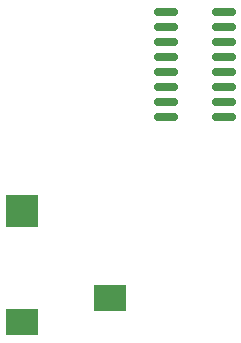
<source format=gbr>
%TF.GenerationSoftware,KiCad,Pcbnew,8.0.4*%
%TF.CreationDate,2025-05-02T23:49:30+05:30*%
%TF.ProjectId,Si4732Board,53693437-3332-4426-9f61-72642e6b6963,rev?*%
%TF.SameCoordinates,Original*%
%TF.FileFunction,Paste,Bot*%
%TF.FilePolarity,Positive*%
%FSLAX46Y46*%
G04 Gerber Fmt 4.6, Leading zero omitted, Abs format (unit mm)*
G04 Created by KiCad (PCBNEW 8.0.4) date 2025-05-02 23:49:30*
%MOMM*%
%LPD*%
G01*
G04 APERTURE LIST*
G04 Aperture macros list*
%AMRoundRect*
0 Rectangle with rounded corners*
0 $1 Rounding radius*
0 $2 $3 $4 $5 $6 $7 $8 $9 X,Y pos of 4 corners*
0 Add a 4 corners polygon primitive as box body*
4,1,4,$2,$3,$4,$5,$6,$7,$8,$9,$2,$3,0*
0 Add four circle primitives for the rounded corners*
1,1,$1+$1,$2,$3*
1,1,$1+$1,$4,$5*
1,1,$1+$1,$6,$7*
1,1,$1+$1,$8,$9*
0 Add four rect primitives between the rounded corners*
20,1,$1+$1,$2,$3,$4,$5,0*
20,1,$1+$1,$4,$5,$6,$7,0*
20,1,$1+$1,$6,$7,$8,$9,0*
20,1,$1+$1,$8,$9,$2,$3,0*%
G04 Aperture macros list end*
%ADD10R,2.800000X2.200000*%
%ADD11R,2.800000X2.800000*%
%ADD12RoundRect,0.150000X-0.825000X-0.150000X0.825000X-0.150000X0.825000X0.150000X-0.825000X0.150000X0*%
G04 APERTURE END LIST*
D10*
%TO.C,J8*%
X132800000Y-114400000D03*
X125400000Y-116400000D03*
D11*
X125400000Y-107000000D03*
%TD*%
D12*
%TO.C,U2*%
X137550000Y-99030000D03*
X137550000Y-97760000D03*
X137550000Y-96490000D03*
X137550000Y-95220000D03*
X137550000Y-93950000D03*
X137550000Y-92680000D03*
X137550000Y-91410000D03*
X137550000Y-90140000D03*
X142500000Y-90140000D03*
X142500000Y-91410000D03*
X142500000Y-92680000D03*
X142500000Y-93950000D03*
X142500000Y-95220000D03*
X142500000Y-96490000D03*
X142500000Y-97760000D03*
X142500000Y-99030000D03*
%TD*%
M02*

</source>
